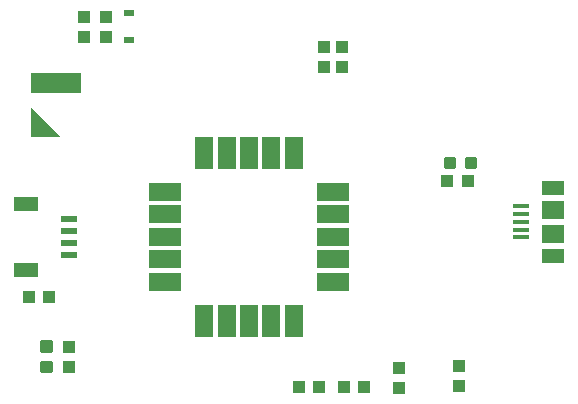
<source format=gbr>
G04 EAGLE Gerber RS-274X export*
G75*
%MOMM*%
%FSLAX34Y34*%
%LPD*%
%INSolderpaste Top*%
%IPPOS*%
%AMOC8*
5,1,8,0,0,1.08239X$1,22.5*%
G01*
%ADD10R,2.000000X1.200000*%
%ADD11R,1.350000X0.600000*%
%ADD12R,1.100000X1.000000*%
%ADD13R,1.000000X1.100000*%
%ADD14R,4.200000X1.700000*%
%ADD15C,0.300000*%
%ADD16R,0.830000X0.630000*%
%ADD17R,2.750000X1.600000*%
%ADD18R,1.600000X2.750000*%
%ADD19R,1.350000X0.400000*%
%ADD20R,1.900000X1.500000*%
%ADD21R,1.900000X1.200000*%

G36*
X208062Y668923D02*
X208062Y668923D01*
X208106Y668926D01*
X208128Y668942D01*
X208154Y668950D01*
X208183Y668983D01*
X208218Y669009D01*
X208228Y669035D01*
X208246Y669055D01*
X208253Y669099D01*
X208268Y669139D01*
X208263Y669166D01*
X208267Y669193D01*
X208249Y669234D01*
X208240Y669276D01*
X208214Y669312D01*
X208210Y669321D01*
X208205Y669325D01*
X208196Y669336D01*
X184196Y693336D01*
X184158Y693357D01*
X184125Y693386D01*
X184098Y693390D01*
X184074Y693403D01*
X184030Y693400D01*
X183987Y693407D01*
X183962Y693396D01*
X183934Y693394D01*
X183899Y693368D01*
X183859Y693350D01*
X183844Y693327D01*
X183822Y693311D01*
X183806Y693270D01*
X183782Y693234D01*
X183775Y693190D01*
X183772Y693181D01*
X183773Y693174D01*
X183771Y693160D01*
X183771Y669160D01*
X183776Y669144D01*
X183773Y669127D01*
X183795Y669077D01*
X183810Y669026D01*
X183823Y669015D01*
X183830Y668999D01*
X183875Y668969D01*
X183915Y668934D01*
X183932Y668931D01*
X183947Y668922D01*
X184020Y668911D01*
X208020Y668911D01*
X208062Y668923D01*
G37*
D10*
X179150Y612200D03*
X179150Y556200D03*
D11*
X215900Y599200D03*
X215900Y589200D03*
X215900Y579200D03*
X215900Y569200D03*
D12*
X199000Y533400D03*
X182000Y533400D03*
D13*
X446786Y728100D03*
X446786Y745100D03*
X431800Y728100D03*
X431800Y745100D03*
X228600Y753500D03*
X228600Y770500D03*
D14*
X204820Y714460D03*
D13*
X495300Y473320D03*
X495300Y456320D03*
X546100Y474590D03*
X546100Y457590D03*
D15*
X200350Y477330D02*
X193350Y477330D01*
X200350Y477330D02*
X200350Y470330D01*
X193350Y470330D01*
X193350Y477330D01*
X193350Y473180D02*
X200350Y473180D01*
X200350Y476030D02*
X193350Y476030D01*
X193350Y494870D02*
X200350Y494870D01*
X200350Y487870D01*
X193350Y487870D01*
X193350Y494870D01*
X193350Y490720D02*
X200350Y490720D01*
X200350Y493570D02*
X193350Y493570D01*
D16*
X266700Y750500D03*
X266700Y773500D03*
D13*
X247650Y753500D03*
X247650Y770500D03*
X215900Y474100D03*
X215900Y491100D03*
D17*
X297050Y622200D03*
X297050Y603200D03*
X297050Y584200D03*
X297050Y565200D03*
X297050Y546200D03*
D18*
X330300Y512950D03*
X349300Y512950D03*
X368300Y512950D03*
X387300Y512950D03*
X406300Y512950D03*
D17*
X439550Y546200D03*
X439550Y565200D03*
X439550Y584200D03*
X439550Y603200D03*
X439550Y622200D03*
D18*
X406300Y655450D03*
X387300Y655450D03*
X368300Y655450D03*
X349300Y655450D03*
X330300Y655450D03*
D12*
X410600Y457200D03*
X427600Y457200D03*
X448700Y457200D03*
X465700Y457200D03*
X553330Y631190D03*
X536330Y631190D03*
D15*
X542100Y642930D02*
X542100Y649930D01*
X542100Y642930D02*
X535100Y642930D01*
X535100Y649930D01*
X542100Y649930D01*
X542100Y645780D02*
X535100Y645780D01*
X535100Y648630D02*
X542100Y648630D01*
X559640Y649930D02*
X559640Y642930D01*
X552640Y642930D01*
X552640Y649930D01*
X559640Y649930D01*
X559640Y645780D02*
X552640Y645780D01*
X552640Y648630D02*
X559640Y648630D01*
D19*
X598800Y583900D03*
X598800Y590400D03*
X598800Y596900D03*
X598800Y603400D03*
X598800Y609900D03*
D20*
X625800Y586900D03*
X625800Y606900D03*
D21*
X625800Y567900D03*
X625800Y625900D03*
M02*

</source>
